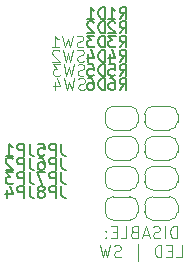
<source format=gbr>
%TF.GenerationSoftware,KiCad,Pcbnew,9.0.7*%
%TF.CreationDate,2026-02-02T21:57:33-08:00*%
%TF.ProjectId,IcePi_Zero_PMOD_Breakout,49636550-695f-45a6-9572-6f5f504d4f44,rev?*%
%TF.SameCoordinates,Original*%
%TF.FileFunction,Legend,Bot*%
%TF.FilePolarity,Positive*%
%FSLAX46Y46*%
G04 Gerber Fmt 4.6, Leading zero omitted, Abs format (unit mm)*
G04 Created by KiCad (PCBNEW 9.0.7) date 2026-02-02 21:57:33*
%MOMM*%
%LPD*%
G01*
G04 APERTURE LIST*
%ADD10C,0.100000*%
%ADD11C,0.150000*%
%ADD12C,0.120000*%
G04 APERTURE END LIST*
D10*
X88024999Y-116042419D02*
X88024999Y-115042419D01*
X88024999Y-115042419D02*
X87786904Y-115042419D01*
X87786904Y-115042419D02*
X87644047Y-115090038D01*
X87644047Y-115090038D02*
X87548809Y-115185276D01*
X87548809Y-115185276D02*
X87501190Y-115280514D01*
X87501190Y-115280514D02*
X87453571Y-115470990D01*
X87453571Y-115470990D02*
X87453571Y-115613847D01*
X87453571Y-115613847D02*
X87501190Y-115804323D01*
X87501190Y-115804323D02*
X87548809Y-115899561D01*
X87548809Y-115899561D02*
X87644047Y-115994800D01*
X87644047Y-115994800D02*
X87786904Y-116042419D01*
X87786904Y-116042419D02*
X88024999Y-116042419D01*
X87024999Y-116042419D02*
X87024999Y-115042419D01*
X86596428Y-115994800D02*
X86453571Y-116042419D01*
X86453571Y-116042419D02*
X86215476Y-116042419D01*
X86215476Y-116042419D02*
X86120238Y-115994800D01*
X86120238Y-115994800D02*
X86072619Y-115947180D01*
X86072619Y-115947180D02*
X86025000Y-115851942D01*
X86025000Y-115851942D02*
X86025000Y-115756704D01*
X86025000Y-115756704D02*
X86072619Y-115661466D01*
X86072619Y-115661466D02*
X86120238Y-115613847D01*
X86120238Y-115613847D02*
X86215476Y-115566228D01*
X86215476Y-115566228D02*
X86405952Y-115518609D01*
X86405952Y-115518609D02*
X86501190Y-115470990D01*
X86501190Y-115470990D02*
X86548809Y-115423371D01*
X86548809Y-115423371D02*
X86596428Y-115328133D01*
X86596428Y-115328133D02*
X86596428Y-115232895D01*
X86596428Y-115232895D02*
X86548809Y-115137657D01*
X86548809Y-115137657D02*
X86501190Y-115090038D01*
X86501190Y-115090038D02*
X86405952Y-115042419D01*
X86405952Y-115042419D02*
X86167857Y-115042419D01*
X86167857Y-115042419D02*
X86025000Y-115090038D01*
X85644047Y-115756704D02*
X85167857Y-115756704D01*
X85739285Y-116042419D02*
X85405952Y-115042419D01*
X85405952Y-115042419D02*
X85072619Y-116042419D01*
X84405952Y-115518609D02*
X84263095Y-115566228D01*
X84263095Y-115566228D02*
X84215476Y-115613847D01*
X84215476Y-115613847D02*
X84167857Y-115709085D01*
X84167857Y-115709085D02*
X84167857Y-115851942D01*
X84167857Y-115851942D02*
X84215476Y-115947180D01*
X84215476Y-115947180D02*
X84263095Y-115994800D01*
X84263095Y-115994800D02*
X84358333Y-116042419D01*
X84358333Y-116042419D02*
X84739285Y-116042419D01*
X84739285Y-116042419D02*
X84739285Y-115042419D01*
X84739285Y-115042419D02*
X84405952Y-115042419D01*
X84405952Y-115042419D02*
X84310714Y-115090038D01*
X84310714Y-115090038D02*
X84263095Y-115137657D01*
X84263095Y-115137657D02*
X84215476Y-115232895D01*
X84215476Y-115232895D02*
X84215476Y-115328133D01*
X84215476Y-115328133D02*
X84263095Y-115423371D01*
X84263095Y-115423371D02*
X84310714Y-115470990D01*
X84310714Y-115470990D02*
X84405952Y-115518609D01*
X84405952Y-115518609D02*
X84739285Y-115518609D01*
X83263095Y-116042419D02*
X83739285Y-116042419D01*
X83739285Y-116042419D02*
X83739285Y-115042419D01*
X82929761Y-115518609D02*
X82596428Y-115518609D01*
X82453571Y-116042419D02*
X82929761Y-116042419D01*
X82929761Y-116042419D02*
X82929761Y-115042419D01*
X82929761Y-115042419D02*
X82453571Y-115042419D01*
X82024999Y-115947180D02*
X81977380Y-115994800D01*
X81977380Y-115994800D02*
X82024999Y-116042419D01*
X82024999Y-116042419D02*
X82072618Y-115994800D01*
X82072618Y-115994800D02*
X82024999Y-115947180D01*
X82024999Y-115947180D02*
X82024999Y-116042419D01*
X82024999Y-115423371D02*
X81977380Y-115470990D01*
X81977380Y-115470990D02*
X82024999Y-115518609D01*
X82024999Y-115518609D02*
X82072618Y-115470990D01*
X82072618Y-115470990D02*
X82024999Y-115423371D01*
X82024999Y-115423371D02*
X82024999Y-115518609D01*
X87953571Y-117652363D02*
X88429761Y-117652363D01*
X88429761Y-117652363D02*
X88429761Y-116652363D01*
X87620237Y-117128553D02*
X87286904Y-117128553D01*
X87144047Y-117652363D02*
X87620237Y-117652363D01*
X87620237Y-117652363D02*
X87620237Y-116652363D01*
X87620237Y-116652363D02*
X87144047Y-116652363D01*
X86715475Y-117652363D02*
X86715475Y-116652363D01*
X86715475Y-116652363D02*
X86477380Y-116652363D01*
X86477380Y-116652363D02*
X86334523Y-116699982D01*
X86334523Y-116699982D02*
X86239285Y-116795220D01*
X86239285Y-116795220D02*
X86191666Y-116890458D01*
X86191666Y-116890458D02*
X86144047Y-117080934D01*
X86144047Y-117080934D02*
X86144047Y-117223791D01*
X86144047Y-117223791D02*
X86191666Y-117414267D01*
X86191666Y-117414267D02*
X86239285Y-117509505D01*
X86239285Y-117509505D02*
X86334523Y-117604744D01*
X86334523Y-117604744D02*
X86477380Y-117652363D01*
X86477380Y-117652363D02*
X86715475Y-117652363D01*
X84715475Y-117985696D02*
X84715475Y-116557124D01*
X83286903Y-117604744D02*
X83144046Y-117652363D01*
X83144046Y-117652363D02*
X82905951Y-117652363D01*
X82905951Y-117652363D02*
X82810713Y-117604744D01*
X82810713Y-117604744D02*
X82763094Y-117557124D01*
X82763094Y-117557124D02*
X82715475Y-117461886D01*
X82715475Y-117461886D02*
X82715475Y-117366648D01*
X82715475Y-117366648D02*
X82763094Y-117271410D01*
X82763094Y-117271410D02*
X82810713Y-117223791D01*
X82810713Y-117223791D02*
X82905951Y-117176172D01*
X82905951Y-117176172D02*
X83096427Y-117128553D01*
X83096427Y-117128553D02*
X83191665Y-117080934D01*
X83191665Y-117080934D02*
X83239284Y-117033315D01*
X83239284Y-117033315D02*
X83286903Y-116938077D01*
X83286903Y-116938077D02*
X83286903Y-116842839D01*
X83286903Y-116842839D02*
X83239284Y-116747601D01*
X83239284Y-116747601D02*
X83191665Y-116699982D01*
X83191665Y-116699982D02*
X83096427Y-116652363D01*
X83096427Y-116652363D02*
X82858332Y-116652363D01*
X82858332Y-116652363D02*
X82715475Y-116699982D01*
X82382141Y-116652363D02*
X82144046Y-117652363D01*
X82144046Y-117652363D02*
X81953570Y-116938077D01*
X81953570Y-116938077D02*
X81763094Y-117652363D01*
X81763094Y-117652363D02*
X81524999Y-116652363D01*
D11*
X81963094Y-97504819D02*
X81963094Y-96504819D01*
X81963094Y-96504819D02*
X81724999Y-96504819D01*
X81724999Y-96504819D02*
X81582142Y-96552438D01*
X81582142Y-96552438D02*
X81486904Y-96647676D01*
X81486904Y-96647676D02*
X81439285Y-96742914D01*
X81439285Y-96742914D02*
X81391666Y-96933390D01*
X81391666Y-96933390D02*
X81391666Y-97076247D01*
X81391666Y-97076247D02*
X81439285Y-97266723D01*
X81439285Y-97266723D02*
X81486904Y-97361961D01*
X81486904Y-97361961D02*
X81582142Y-97457200D01*
X81582142Y-97457200D02*
X81724999Y-97504819D01*
X81724999Y-97504819D02*
X81963094Y-97504819D01*
X80439285Y-97504819D02*
X81010713Y-97504819D01*
X80724999Y-97504819D02*
X80724999Y-96504819D01*
X80724999Y-96504819D02*
X80820237Y-96647676D01*
X80820237Y-96647676D02*
X80915475Y-96742914D01*
X80915475Y-96742914D02*
X81010713Y-96790533D01*
X83191666Y-99904819D02*
X83524999Y-99428628D01*
X83763094Y-99904819D02*
X83763094Y-98904819D01*
X83763094Y-98904819D02*
X83382142Y-98904819D01*
X83382142Y-98904819D02*
X83286904Y-98952438D01*
X83286904Y-98952438D02*
X83239285Y-99000057D01*
X83239285Y-99000057D02*
X83191666Y-99095295D01*
X83191666Y-99095295D02*
X83191666Y-99238152D01*
X83191666Y-99238152D02*
X83239285Y-99333390D01*
X83239285Y-99333390D02*
X83286904Y-99381009D01*
X83286904Y-99381009D02*
X83382142Y-99428628D01*
X83382142Y-99428628D02*
X83763094Y-99428628D01*
X82858332Y-98904819D02*
X82239285Y-98904819D01*
X82239285Y-98904819D02*
X82572618Y-99285771D01*
X82572618Y-99285771D02*
X82429761Y-99285771D01*
X82429761Y-99285771D02*
X82334523Y-99333390D01*
X82334523Y-99333390D02*
X82286904Y-99381009D01*
X82286904Y-99381009D02*
X82239285Y-99476247D01*
X82239285Y-99476247D02*
X82239285Y-99714342D01*
X82239285Y-99714342D02*
X82286904Y-99809580D01*
X82286904Y-99809580D02*
X82334523Y-99857200D01*
X82334523Y-99857200D02*
X82429761Y-99904819D01*
X82429761Y-99904819D02*
X82715475Y-99904819D01*
X82715475Y-99904819D02*
X82810713Y-99857200D01*
X82810713Y-99857200D02*
X82858332Y-99809580D01*
X81963094Y-99904819D02*
X81963094Y-98904819D01*
X81963094Y-98904819D02*
X81724999Y-98904819D01*
X81724999Y-98904819D02*
X81582142Y-98952438D01*
X81582142Y-98952438D02*
X81486904Y-99047676D01*
X81486904Y-99047676D02*
X81439285Y-99142914D01*
X81439285Y-99142914D02*
X81391666Y-99333390D01*
X81391666Y-99333390D02*
X81391666Y-99476247D01*
X81391666Y-99476247D02*
X81439285Y-99666723D01*
X81439285Y-99666723D02*
X81486904Y-99761961D01*
X81486904Y-99761961D02*
X81582142Y-99857200D01*
X81582142Y-99857200D02*
X81724999Y-99904819D01*
X81724999Y-99904819D02*
X81963094Y-99904819D01*
X81058332Y-98904819D02*
X80439285Y-98904819D01*
X80439285Y-98904819D02*
X80772618Y-99285771D01*
X80772618Y-99285771D02*
X80629761Y-99285771D01*
X80629761Y-99285771D02*
X80534523Y-99333390D01*
X80534523Y-99333390D02*
X80486904Y-99381009D01*
X80486904Y-99381009D02*
X80439285Y-99476247D01*
X80439285Y-99476247D02*
X80439285Y-99714342D01*
X80439285Y-99714342D02*
X80486904Y-99809580D01*
X80486904Y-99809580D02*
X80534523Y-99857200D01*
X80534523Y-99857200D02*
X80629761Y-99904819D01*
X80629761Y-99904819D02*
X80915475Y-99904819D01*
X80915475Y-99904819D02*
X81010713Y-99857200D01*
X81010713Y-99857200D02*
X81058332Y-99809580D01*
X83191666Y-97504819D02*
X83524999Y-97028628D01*
X83763094Y-97504819D02*
X83763094Y-96504819D01*
X83763094Y-96504819D02*
X83382142Y-96504819D01*
X83382142Y-96504819D02*
X83286904Y-96552438D01*
X83286904Y-96552438D02*
X83239285Y-96600057D01*
X83239285Y-96600057D02*
X83191666Y-96695295D01*
X83191666Y-96695295D02*
X83191666Y-96838152D01*
X83191666Y-96838152D02*
X83239285Y-96933390D01*
X83239285Y-96933390D02*
X83286904Y-96981009D01*
X83286904Y-96981009D02*
X83382142Y-97028628D01*
X83382142Y-97028628D02*
X83763094Y-97028628D01*
X82239285Y-97504819D02*
X82810713Y-97504819D01*
X82524999Y-97504819D02*
X82524999Y-96504819D01*
X82524999Y-96504819D02*
X82620237Y-96647676D01*
X82620237Y-96647676D02*
X82715475Y-96742914D01*
X82715475Y-96742914D02*
X82810713Y-96790533D01*
D10*
X80108332Y-99859800D02*
X79965475Y-99907419D01*
X79965475Y-99907419D02*
X79727380Y-99907419D01*
X79727380Y-99907419D02*
X79632142Y-99859800D01*
X79632142Y-99859800D02*
X79584523Y-99812180D01*
X79584523Y-99812180D02*
X79536904Y-99716942D01*
X79536904Y-99716942D02*
X79536904Y-99621704D01*
X79536904Y-99621704D02*
X79584523Y-99526466D01*
X79584523Y-99526466D02*
X79632142Y-99478847D01*
X79632142Y-99478847D02*
X79727380Y-99431228D01*
X79727380Y-99431228D02*
X79917856Y-99383609D01*
X79917856Y-99383609D02*
X80013094Y-99335990D01*
X80013094Y-99335990D02*
X80060713Y-99288371D01*
X80060713Y-99288371D02*
X80108332Y-99193133D01*
X80108332Y-99193133D02*
X80108332Y-99097895D01*
X80108332Y-99097895D02*
X80060713Y-99002657D01*
X80060713Y-99002657D02*
X80013094Y-98955038D01*
X80013094Y-98955038D02*
X79917856Y-98907419D01*
X79917856Y-98907419D02*
X79679761Y-98907419D01*
X79679761Y-98907419D02*
X79536904Y-98955038D01*
X79203570Y-98907419D02*
X78965475Y-99907419D01*
X78965475Y-99907419D02*
X78774999Y-99193133D01*
X78774999Y-99193133D02*
X78584523Y-99907419D01*
X78584523Y-99907419D02*
X78346428Y-98907419D01*
X77441666Y-99907419D02*
X78013094Y-99907419D01*
X77727380Y-99907419D02*
X77727380Y-98907419D01*
X77727380Y-98907419D02*
X77822618Y-99050276D01*
X77822618Y-99050276D02*
X77917856Y-99145514D01*
X77917856Y-99145514D02*
X78013094Y-99193133D01*
D11*
X81963094Y-98704819D02*
X81963094Y-97704819D01*
X81963094Y-97704819D02*
X81724999Y-97704819D01*
X81724999Y-97704819D02*
X81582142Y-97752438D01*
X81582142Y-97752438D02*
X81486904Y-97847676D01*
X81486904Y-97847676D02*
X81439285Y-97942914D01*
X81439285Y-97942914D02*
X81391666Y-98133390D01*
X81391666Y-98133390D02*
X81391666Y-98276247D01*
X81391666Y-98276247D02*
X81439285Y-98466723D01*
X81439285Y-98466723D02*
X81486904Y-98561961D01*
X81486904Y-98561961D02*
X81582142Y-98657200D01*
X81582142Y-98657200D02*
X81724999Y-98704819D01*
X81724999Y-98704819D02*
X81963094Y-98704819D01*
X81010713Y-97800057D02*
X80963094Y-97752438D01*
X80963094Y-97752438D02*
X80867856Y-97704819D01*
X80867856Y-97704819D02*
X80629761Y-97704819D01*
X80629761Y-97704819D02*
X80534523Y-97752438D01*
X80534523Y-97752438D02*
X80486904Y-97800057D01*
X80486904Y-97800057D02*
X80439285Y-97895295D01*
X80439285Y-97895295D02*
X80439285Y-97990533D01*
X80439285Y-97990533D02*
X80486904Y-98133390D01*
X80486904Y-98133390D02*
X81058332Y-98704819D01*
X81058332Y-98704819D02*
X80439285Y-98704819D01*
D10*
X80208332Y-102259800D02*
X80065475Y-102307419D01*
X80065475Y-102307419D02*
X79827380Y-102307419D01*
X79827380Y-102307419D02*
X79732142Y-102259800D01*
X79732142Y-102259800D02*
X79684523Y-102212180D01*
X79684523Y-102212180D02*
X79636904Y-102116942D01*
X79636904Y-102116942D02*
X79636904Y-102021704D01*
X79636904Y-102021704D02*
X79684523Y-101926466D01*
X79684523Y-101926466D02*
X79732142Y-101878847D01*
X79732142Y-101878847D02*
X79827380Y-101831228D01*
X79827380Y-101831228D02*
X80017856Y-101783609D01*
X80017856Y-101783609D02*
X80113094Y-101735990D01*
X80113094Y-101735990D02*
X80160713Y-101688371D01*
X80160713Y-101688371D02*
X80208332Y-101593133D01*
X80208332Y-101593133D02*
X80208332Y-101497895D01*
X80208332Y-101497895D02*
X80160713Y-101402657D01*
X80160713Y-101402657D02*
X80113094Y-101355038D01*
X80113094Y-101355038D02*
X80017856Y-101307419D01*
X80017856Y-101307419D02*
X79779761Y-101307419D01*
X79779761Y-101307419D02*
X79636904Y-101355038D01*
X79303570Y-101307419D02*
X79065475Y-102307419D01*
X79065475Y-102307419D02*
X78874999Y-101593133D01*
X78874999Y-101593133D02*
X78684523Y-102307419D01*
X78684523Y-102307419D02*
X78446428Y-101307419D01*
X78160713Y-101307419D02*
X77541666Y-101307419D01*
X77541666Y-101307419D02*
X77874999Y-101688371D01*
X77874999Y-101688371D02*
X77732142Y-101688371D01*
X77732142Y-101688371D02*
X77636904Y-101735990D01*
X77636904Y-101735990D02*
X77589285Y-101783609D01*
X77589285Y-101783609D02*
X77541666Y-101878847D01*
X77541666Y-101878847D02*
X77541666Y-102116942D01*
X77541666Y-102116942D02*
X77589285Y-102212180D01*
X77589285Y-102212180D02*
X77636904Y-102259800D01*
X77636904Y-102259800D02*
X77732142Y-102307419D01*
X77732142Y-102307419D02*
X78017856Y-102307419D01*
X78017856Y-102307419D02*
X78113094Y-102259800D01*
X78113094Y-102259800D02*
X78160713Y-102212180D01*
X80158332Y-101059800D02*
X80015475Y-101107419D01*
X80015475Y-101107419D02*
X79777380Y-101107419D01*
X79777380Y-101107419D02*
X79682142Y-101059800D01*
X79682142Y-101059800D02*
X79634523Y-101012180D01*
X79634523Y-101012180D02*
X79586904Y-100916942D01*
X79586904Y-100916942D02*
X79586904Y-100821704D01*
X79586904Y-100821704D02*
X79634523Y-100726466D01*
X79634523Y-100726466D02*
X79682142Y-100678847D01*
X79682142Y-100678847D02*
X79777380Y-100631228D01*
X79777380Y-100631228D02*
X79967856Y-100583609D01*
X79967856Y-100583609D02*
X80063094Y-100535990D01*
X80063094Y-100535990D02*
X80110713Y-100488371D01*
X80110713Y-100488371D02*
X80158332Y-100393133D01*
X80158332Y-100393133D02*
X80158332Y-100297895D01*
X80158332Y-100297895D02*
X80110713Y-100202657D01*
X80110713Y-100202657D02*
X80063094Y-100155038D01*
X80063094Y-100155038D02*
X79967856Y-100107419D01*
X79967856Y-100107419D02*
X79729761Y-100107419D01*
X79729761Y-100107419D02*
X79586904Y-100155038D01*
X79253570Y-100107419D02*
X79015475Y-101107419D01*
X79015475Y-101107419D02*
X78824999Y-100393133D01*
X78824999Y-100393133D02*
X78634523Y-101107419D01*
X78634523Y-101107419D02*
X78396428Y-100107419D01*
X78063094Y-100202657D02*
X78015475Y-100155038D01*
X78015475Y-100155038D02*
X77920237Y-100107419D01*
X77920237Y-100107419D02*
X77682142Y-100107419D01*
X77682142Y-100107419D02*
X77586904Y-100155038D01*
X77586904Y-100155038D02*
X77539285Y-100202657D01*
X77539285Y-100202657D02*
X77491666Y-100297895D01*
X77491666Y-100297895D02*
X77491666Y-100393133D01*
X77491666Y-100393133D02*
X77539285Y-100535990D01*
X77539285Y-100535990D02*
X78110713Y-101107419D01*
X78110713Y-101107419D02*
X77491666Y-101107419D01*
D11*
X81963094Y-101104819D02*
X81963094Y-100104819D01*
X81963094Y-100104819D02*
X81724999Y-100104819D01*
X81724999Y-100104819D02*
X81582142Y-100152438D01*
X81582142Y-100152438D02*
X81486904Y-100247676D01*
X81486904Y-100247676D02*
X81439285Y-100342914D01*
X81439285Y-100342914D02*
X81391666Y-100533390D01*
X81391666Y-100533390D02*
X81391666Y-100676247D01*
X81391666Y-100676247D02*
X81439285Y-100866723D01*
X81439285Y-100866723D02*
X81486904Y-100961961D01*
X81486904Y-100961961D02*
X81582142Y-101057200D01*
X81582142Y-101057200D02*
X81724999Y-101104819D01*
X81724999Y-101104819D02*
X81963094Y-101104819D01*
X80534523Y-100438152D02*
X80534523Y-101104819D01*
X80772618Y-100057200D02*
X81010713Y-100771485D01*
X81010713Y-100771485D02*
X80391666Y-100771485D01*
X83191666Y-103504819D02*
X83524999Y-103028628D01*
X83763094Y-103504819D02*
X83763094Y-102504819D01*
X83763094Y-102504819D02*
X83382142Y-102504819D01*
X83382142Y-102504819D02*
X83286904Y-102552438D01*
X83286904Y-102552438D02*
X83239285Y-102600057D01*
X83239285Y-102600057D02*
X83191666Y-102695295D01*
X83191666Y-102695295D02*
X83191666Y-102838152D01*
X83191666Y-102838152D02*
X83239285Y-102933390D01*
X83239285Y-102933390D02*
X83286904Y-102981009D01*
X83286904Y-102981009D02*
X83382142Y-103028628D01*
X83382142Y-103028628D02*
X83763094Y-103028628D01*
X82334523Y-102504819D02*
X82524999Y-102504819D01*
X82524999Y-102504819D02*
X82620237Y-102552438D01*
X82620237Y-102552438D02*
X82667856Y-102600057D01*
X82667856Y-102600057D02*
X82763094Y-102742914D01*
X82763094Y-102742914D02*
X82810713Y-102933390D01*
X82810713Y-102933390D02*
X82810713Y-103314342D01*
X82810713Y-103314342D02*
X82763094Y-103409580D01*
X82763094Y-103409580D02*
X82715475Y-103457200D01*
X82715475Y-103457200D02*
X82620237Y-103504819D01*
X82620237Y-103504819D02*
X82429761Y-103504819D01*
X82429761Y-103504819D02*
X82334523Y-103457200D01*
X82334523Y-103457200D02*
X82286904Y-103409580D01*
X82286904Y-103409580D02*
X82239285Y-103314342D01*
X82239285Y-103314342D02*
X82239285Y-103076247D01*
X82239285Y-103076247D02*
X82286904Y-102981009D01*
X82286904Y-102981009D02*
X82334523Y-102933390D01*
X82334523Y-102933390D02*
X82429761Y-102885771D01*
X82429761Y-102885771D02*
X82620237Y-102885771D01*
X82620237Y-102885771D02*
X82715475Y-102933390D01*
X82715475Y-102933390D02*
X82763094Y-102981009D01*
X82763094Y-102981009D02*
X82810713Y-103076247D01*
X81963094Y-103504819D02*
X81963094Y-102504819D01*
X81963094Y-102504819D02*
X81724999Y-102504819D01*
X81724999Y-102504819D02*
X81582142Y-102552438D01*
X81582142Y-102552438D02*
X81486904Y-102647676D01*
X81486904Y-102647676D02*
X81439285Y-102742914D01*
X81439285Y-102742914D02*
X81391666Y-102933390D01*
X81391666Y-102933390D02*
X81391666Y-103076247D01*
X81391666Y-103076247D02*
X81439285Y-103266723D01*
X81439285Y-103266723D02*
X81486904Y-103361961D01*
X81486904Y-103361961D02*
X81582142Y-103457200D01*
X81582142Y-103457200D02*
X81724999Y-103504819D01*
X81724999Y-103504819D02*
X81963094Y-103504819D01*
X80534523Y-102504819D02*
X80724999Y-102504819D01*
X80724999Y-102504819D02*
X80820237Y-102552438D01*
X80820237Y-102552438D02*
X80867856Y-102600057D01*
X80867856Y-102600057D02*
X80963094Y-102742914D01*
X80963094Y-102742914D02*
X81010713Y-102933390D01*
X81010713Y-102933390D02*
X81010713Y-103314342D01*
X81010713Y-103314342D02*
X80963094Y-103409580D01*
X80963094Y-103409580D02*
X80915475Y-103457200D01*
X80915475Y-103457200D02*
X80820237Y-103504819D01*
X80820237Y-103504819D02*
X80629761Y-103504819D01*
X80629761Y-103504819D02*
X80534523Y-103457200D01*
X80534523Y-103457200D02*
X80486904Y-103409580D01*
X80486904Y-103409580D02*
X80439285Y-103314342D01*
X80439285Y-103314342D02*
X80439285Y-103076247D01*
X80439285Y-103076247D02*
X80486904Y-102981009D01*
X80486904Y-102981009D02*
X80534523Y-102933390D01*
X80534523Y-102933390D02*
X80629761Y-102885771D01*
X80629761Y-102885771D02*
X80820237Y-102885771D01*
X80820237Y-102885771D02*
X80915475Y-102933390D01*
X80915475Y-102933390D02*
X80963094Y-102981009D01*
X80963094Y-102981009D02*
X81010713Y-103076247D01*
X81963094Y-102304819D02*
X81963094Y-101304819D01*
X81963094Y-101304819D02*
X81724999Y-101304819D01*
X81724999Y-101304819D02*
X81582142Y-101352438D01*
X81582142Y-101352438D02*
X81486904Y-101447676D01*
X81486904Y-101447676D02*
X81439285Y-101542914D01*
X81439285Y-101542914D02*
X81391666Y-101733390D01*
X81391666Y-101733390D02*
X81391666Y-101876247D01*
X81391666Y-101876247D02*
X81439285Y-102066723D01*
X81439285Y-102066723D02*
X81486904Y-102161961D01*
X81486904Y-102161961D02*
X81582142Y-102257200D01*
X81582142Y-102257200D02*
X81724999Y-102304819D01*
X81724999Y-102304819D02*
X81963094Y-102304819D01*
X80486904Y-101304819D02*
X80963094Y-101304819D01*
X80963094Y-101304819D02*
X81010713Y-101781009D01*
X81010713Y-101781009D02*
X80963094Y-101733390D01*
X80963094Y-101733390D02*
X80867856Y-101685771D01*
X80867856Y-101685771D02*
X80629761Y-101685771D01*
X80629761Y-101685771D02*
X80534523Y-101733390D01*
X80534523Y-101733390D02*
X80486904Y-101781009D01*
X80486904Y-101781009D02*
X80439285Y-101876247D01*
X80439285Y-101876247D02*
X80439285Y-102114342D01*
X80439285Y-102114342D02*
X80486904Y-102209580D01*
X80486904Y-102209580D02*
X80534523Y-102257200D01*
X80534523Y-102257200D02*
X80629761Y-102304819D01*
X80629761Y-102304819D02*
X80867856Y-102304819D01*
X80867856Y-102304819D02*
X80963094Y-102257200D01*
X80963094Y-102257200D02*
X81010713Y-102209580D01*
X83191666Y-98704819D02*
X83524999Y-98228628D01*
X83763094Y-98704819D02*
X83763094Y-97704819D01*
X83763094Y-97704819D02*
X83382142Y-97704819D01*
X83382142Y-97704819D02*
X83286904Y-97752438D01*
X83286904Y-97752438D02*
X83239285Y-97800057D01*
X83239285Y-97800057D02*
X83191666Y-97895295D01*
X83191666Y-97895295D02*
X83191666Y-98038152D01*
X83191666Y-98038152D02*
X83239285Y-98133390D01*
X83239285Y-98133390D02*
X83286904Y-98181009D01*
X83286904Y-98181009D02*
X83382142Y-98228628D01*
X83382142Y-98228628D02*
X83763094Y-98228628D01*
X82810713Y-97800057D02*
X82763094Y-97752438D01*
X82763094Y-97752438D02*
X82667856Y-97704819D01*
X82667856Y-97704819D02*
X82429761Y-97704819D01*
X82429761Y-97704819D02*
X82334523Y-97752438D01*
X82334523Y-97752438D02*
X82286904Y-97800057D01*
X82286904Y-97800057D02*
X82239285Y-97895295D01*
X82239285Y-97895295D02*
X82239285Y-97990533D01*
X82239285Y-97990533D02*
X82286904Y-98133390D01*
X82286904Y-98133390D02*
X82858332Y-98704819D01*
X82858332Y-98704819D02*
X82239285Y-98704819D01*
D10*
X80258332Y-103459800D02*
X80115475Y-103507419D01*
X80115475Y-103507419D02*
X79877380Y-103507419D01*
X79877380Y-103507419D02*
X79782142Y-103459800D01*
X79782142Y-103459800D02*
X79734523Y-103412180D01*
X79734523Y-103412180D02*
X79686904Y-103316942D01*
X79686904Y-103316942D02*
X79686904Y-103221704D01*
X79686904Y-103221704D02*
X79734523Y-103126466D01*
X79734523Y-103126466D02*
X79782142Y-103078847D01*
X79782142Y-103078847D02*
X79877380Y-103031228D01*
X79877380Y-103031228D02*
X80067856Y-102983609D01*
X80067856Y-102983609D02*
X80163094Y-102935990D01*
X80163094Y-102935990D02*
X80210713Y-102888371D01*
X80210713Y-102888371D02*
X80258332Y-102793133D01*
X80258332Y-102793133D02*
X80258332Y-102697895D01*
X80258332Y-102697895D02*
X80210713Y-102602657D01*
X80210713Y-102602657D02*
X80163094Y-102555038D01*
X80163094Y-102555038D02*
X80067856Y-102507419D01*
X80067856Y-102507419D02*
X79829761Y-102507419D01*
X79829761Y-102507419D02*
X79686904Y-102555038D01*
X79353570Y-102507419D02*
X79115475Y-103507419D01*
X79115475Y-103507419D02*
X78924999Y-102793133D01*
X78924999Y-102793133D02*
X78734523Y-103507419D01*
X78734523Y-103507419D02*
X78496428Y-102507419D01*
X77686904Y-102840752D02*
X77686904Y-103507419D01*
X77924999Y-102459800D02*
X78163094Y-103174085D01*
X78163094Y-103174085D02*
X77544047Y-103174085D01*
D11*
X83191666Y-101104819D02*
X83524999Y-100628628D01*
X83763094Y-101104819D02*
X83763094Y-100104819D01*
X83763094Y-100104819D02*
X83382142Y-100104819D01*
X83382142Y-100104819D02*
X83286904Y-100152438D01*
X83286904Y-100152438D02*
X83239285Y-100200057D01*
X83239285Y-100200057D02*
X83191666Y-100295295D01*
X83191666Y-100295295D02*
X83191666Y-100438152D01*
X83191666Y-100438152D02*
X83239285Y-100533390D01*
X83239285Y-100533390D02*
X83286904Y-100581009D01*
X83286904Y-100581009D02*
X83382142Y-100628628D01*
X83382142Y-100628628D02*
X83763094Y-100628628D01*
X82334523Y-100438152D02*
X82334523Y-101104819D01*
X82572618Y-100057200D02*
X82810713Y-100771485D01*
X82810713Y-100771485D02*
X82191666Y-100771485D01*
X83191666Y-102304819D02*
X83524999Y-101828628D01*
X83763094Y-102304819D02*
X83763094Y-101304819D01*
X83763094Y-101304819D02*
X83382142Y-101304819D01*
X83382142Y-101304819D02*
X83286904Y-101352438D01*
X83286904Y-101352438D02*
X83239285Y-101400057D01*
X83239285Y-101400057D02*
X83191666Y-101495295D01*
X83191666Y-101495295D02*
X83191666Y-101638152D01*
X83191666Y-101638152D02*
X83239285Y-101733390D01*
X83239285Y-101733390D02*
X83286904Y-101781009D01*
X83286904Y-101781009D02*
X83382142Y-101828628D01*
X83382142Y-101828628D02*
X83763094Y-101828628D01*
X82286904Y-101304819D02*
X82763094Y-101304819D01*
X82763094Y-101304819D02*
X82810713Y-101781009D01*
X82810713Y-101781009D02*
X82763094Y-101733390D01*
X82763094Y-101733390D02*
X82667856Y-101685771D01*
X82667856Y-101685771D02*
X82429761Y-101685771D01*
X82429761Y-101685771D02*
X82334523Y-101733390D01*
X82334523Y-101733390D02*
X82286904Y-101781009D01*
X82286904Y-101781009D02*
X82239285Y-101876247D01*
X82239285Y-101876247D02*
X82239285Y-102114342D01*
X82239285Y-102114342D02*
X82286904Y-102209580D01*
X82286904Y-102209580D02*
X82334523Y-102257200D01*
X82334523Y-102257200D02*
X82429761Y-102304819D01*
X82429761Y-102304819D02*
X82667856Y-102304819D01*
X82667856Y-102304819D02*
X82763094Y-102257200D01*
X82763094Y-102257200D02*
X82810713Y-102209580D01*
X78258333Y-110454819D02*
X78258333Y-111169104D01*
X78258333Y-111169104D02*
X78305952Y-111311961D01*
X78305952Y-111311961D02*
X78401190Y-111407200D01*
X78401190Y-111407200D02*
X78544047Y-111454819D01*
X78544047Y-111454819D02*
X78639285Y-111454819D01*
X77782142Y-111454819D02*
X77782142Y-110454819D01*
X77782142Y-110454819D02*
X77401190Y-110454819D01*
X77401190Y-110454819D02*
X77305952Y-110502438D01*
X77305952Y-110502438D02*
X77258333Y-110550057D01*
X77258333Y-110550057D02*
X77210714Y-110645295D01*
X77210714Y-110645295D02*
X77210714Y-110788152D01*
X77210714Y-110788152D02*
X77258333Y-110883390D01*
X77258333Y-110883390D02*
X77305952Y-110931009D01*
X77305952Y-110931009D02*
X77401190Y-110978628D01*
X77401190Y-110978628D02*
X77782142Y-110978628D01*
X76877380Y-110454819D02*
X76210714Y-110454819D01*
X76210714Y-110454819D02*
X76639285Y-111454819D01*
X75558333Y-109254819D02*
X75558333Y-109969104D01*
X75558333Y-109969104D02*
X75605952Y-110111961D01*
X75605952Y-110111961D02*
X75701190Y-110207200D01*
X75701190Y-110207200D02*
X75844047Y-110254819D01*
X75844047Y-110254819D02*
X75939285Y-110254819D01*
X75082142Y-110254819D02*
X75082142Y-109254819D01*
X75082142Y-109254819D02*
X74701190Y-109254819D01*
X74701190Y-109254819D02*
X74605952Y-109302438D01*
X74605952Y-109302438D02*
X74558333Y-109350057D01*
X74558333Y-109350057D02*
X74510714Y-109445295D01*
X74510714Y-109445295D02*
X74510714Y-109588152D01*
X74510714Y-109588152D02*
X74558333Y-109683390D01*
X74558333Y-109683390D02*
X74605952Y-109731009D01*
X74605952Y-109731009D02*
X74701190Y-109778628D01*
X74701190Y-109778628D02*
X75082142Y-109778628D01*
X74129761Y-109350057D02*
X74082142Y-109302438D01*
X74082142Y-109302438D02*
X73986904Y-109254819D01*
X73986904Y-109254819D02*
X73748809Y-109254819D01*
X73748809Y-109254819D02*
X73653571Y-109302438D01*
X73653571Y-109302438D02*
X73605952Y-109350057D01*
X73605952Y-109350057D02*
X73558333Y-109445295D01*
X73558333Y-109445295D02*
X73558333Y-109540533D01*
X73558333Y-109540533D02*
X73605952Y-109683390D01*
X73605952Y-109683390D02*
X74177380Y-110254819D01*
X74177380Y-110254819D02*
X73558333Y-110254819D01*
X78258333Y-111654819D02*
X78258333Y-112369104D01*
X78258333Y-112369104D02*
X78305952Y-112511961D01*
X78305952Y-112511961D02*
X78401190Y-112607200D01*
X78401190Y-112607200D02*
X78544047Y-112654819D01*
X78544047Y-112654819D02*
X78639285Y-112654819D01*
X77782142Y-112654819D02*
X77782142Y-111654819D01*
X77782142Y-111654819D02*
X77401190Y-111654819D01*
X77401190Y-111654819D02*
X77305952Y-111702438D01*
X77305952Y-111702438D02*
X77258333Y-111750057D01*
X77258333Y-111750057D02*
X77210714Y-111845295D01*
X77210714Y-111845295D02*
X77210714Y-111988152D01*
X77210714Y-111988152D02*
X77258333Y-112083390D01*
X77258333Y-112083390D02*
X77305952Y-112131009D01*
X77305952Y-112131009D02*
X77401190Y-112178628D01*
X77401190Y-112178628D02*
X77782142Y-112178628D01*
X76639285Y-112083390D02*
X76734523Y-112035771D01*
X76734523Y-112035771D02*
X76782142Y-111988152D01*
X76782142Y-111988152D02*
X76829761Y-111892914D01*
X76829761Y-111892914D02*
X76829761Y-111845295D01*
X76829761Y-111845295D02*
X76782142Y-111750057D01*
X76782142Y-111750057D02*
X76734523Y-111702438D01*
X76734523Y-111702438D02*
X76639285Y-111654819D01*
X76639285Y-111654819D02*
X76448809Y-111654819D01*
X76448809Y-111654819D02*
X76353571Y-111702438D01*
X76353571Y-111702438D02*
X76305952Y-111750057D01*
X76305952Y-111750057D02*
X76258333Y-111845295D01*
X76258333Y-111845295D02*
X76258333Y-111892914D01*
X76258333Y-111892914D02*
X76305952Y-111988152D01*
X76305952Y-111988152D02*
X76353571Y-112035771D01*
X76353571Y-112035771D02*
X76448809Y-112083390D01*
X76448809Y-112083390D02*
X76639285Y-112083390D01*
X76639285Y-112083390D02*
X76734523Y-112131009D01*
X76734523Y-112131009D02*
X76782142Y-112178628D01*
X76782142Y-112178628D02*
X76829761Y-112273866D01*
X76829761Y-112273866D02*
X76829761Y-112464342D01*
X76829761Y-112464342D02*
X76782142Y-112559580D01*
X76782142Y-112559580D02*
X76734523Y-112607200D01*
X76734523Y-112607200D02*
X76639285Y-112654819D01*
X76639285Y-112654819D02*
X76448809Y-112654819D01*
X76448809Y-112654819D02*
X76353571Y-112607200D01*
X76353571Y-112607200D02*
X76305952Y-112559580D01*
X76305952Y-112559580D02*
X76258333Y-112464342D01*
X76258333Y-112464342D02*
X76258333Y-112273866D01*
X76258333Y-112273866D02*
X76305952Y-112178628D01*
X76305952Y-112178628D02*
X76353571Y-112131009D01*
X76353571Y-112131009D02*
X76448809Y-112083390D01*
X75558333Y-108054819D02*
X75558333Y-108769104D01*
X75558333Y-108769104D02*
X75605952Y-108911961D01*
X75605952Y-108911961D02*
X75701190Y-109007200D01*
X75701190Y-109007200D02*
X75844047Y-109054819D01*
X75844047Y-109054819D02*
X75939285Y-109054819D01*
X75082142Y-109054819D02*
X75082142Y-108054819D01*
X75082142Y-108054819D02*
X74701190Y-108054819D01*
X74701190Y-108054819D02*
X74605952Y-108102438D01*
X74605952Y-108102438D02*
X74558333Y-108150057D01*
X74558333Y-108150057D02*
X74510714Y-108245295D01*
X74510714Y-108245295D02*
X74510714Y-108388152D01*
X74510714Y-108388152D02*
X74558333Y-108483390D01*
X74558333Y-108483390D02*
X74605952Y-108531009D01*
X74605952Y-108531009D02*
X74701190Y-108578628D01*
X74701190Y-108578628D02*
X75082142Y-108578628D01*
X73558333Y-109054819D02*
X74129761Y-109054819D01*
X73844047Y-109054819D02*
X73844047Y-108054819D01*
X73844047Y-108054819D02*
X73939285Y-108197676D01*
X73939285Y-108197676D02*
X74034523Y-108292914D01*
X74034523Y-108292914D02*
X74129761Y-108340533D01*
X75558333Y-110454819D02*
X75558333Y-111169104D01*
X75558333Y-111169104D02*
X75605952Y-111311961D01*
X75605952Y-111311961D02*
X75701190Y-111407200D01*
X75701190Y-111407200D02*
X75844047Y-111454819D01*
X75844047Y-111454819D02*
X75939285Y-111454819D01*
X75082142Y-111454819D02*
X75082142Y-110454819D01*
X75082142Y-110454819D02*
X74701190Y-110454819D01*
X74701190Y-110454819D02*
X74605952Y-110502438D01*
X74605952Y-110502438D02*
X74558333Y-110550057D01*
X74558333Y-110550057D02*
X74510714Y-110645295D01*
X74510714Y-110645295D02*
X74510714Y-110788152D01*
X74510714Y-110788152D02*
X74558333Y-110883390D01*
X74558333Y-110883390D02*
X74605952Y-110931009D01*
X74605952Y-110931009D02*
X74701190Y-110978628D01*
X74701190Y-110978628D02*
X75082142Y-110978628D01*
X74177380Y-110454819D02*
X73558333Y-110454819D01*
X73558333Y-110454819D02*
X73891666Y-110835771D01*
X73891666Y-110835771D02*
X73748809Y-110835771D01*
X73748809Y-110835771D02*
X73653571Y-110883390D01*
X73653571Y-110883390D02*
X73605952Y-110931009D01*
X73605952Y-110931009D02*
X73558333Y-111026247D01*
X73558333Y-111026247D02*
X73558333Y-111264342D01*
X73558333Y-111264342D02*
X73605952Y-111359580D01*
X73605952Y-111359580D02*
X73653571Y-111407200D01*
X73653571Y-111407200D02*
X73748809Y-111454819D01*
X73748809Y-111454819D02*
X74034523Y-111454819D01*
X74034523Y-111454819D02*
X74129761Y-111407200D01*
X74129761Y-111407200D02*
X74177380Y-111359580D01*
X78258333Y-109254819D02*
X78258333Y-109969104D01*
X78258333Y-109969104D02*
X78305952Y-110111961D01*
X78305952Y-110111961D02*
X78401190Y-110207200D01*
X78401190Y-110207200D02*
X78544047Y-110254819D01*
X78544047Y-110254819D02*
X78639285Y-110254819D01*
X77782142Y-110254819D02*
X77782142Y-109254819D01*
X77782142Y-109254819D02*
X77401190Y-109254819D01*
X77401190Y-109254819D02*
X77305952Y-109302438D01*
X77305952Y-109302438D02*
X77258333Y-109350057D01*
X77258333Y-109350057D02*
X77210714Y-109445295D01*
X77210714Y-109445295D02*
X77210714Y-109588152D01*
X77210714Y-109588152D02*
X77258333Y-109683390D01*
X77258333Y-109683390D02*
X77305952Y-109731009D01*
X77305952Y-109731009D02*
X77401190Y-109778628D01*
X77401190Y-109778628D02*
X77782142Y-109778628D01*
X76353571Y-109254819D02*
X76544047Y-109254819D01*
X76544047Y-109254819D02*
X76639285Y-109302438D01*
X76639285Y-109302438D02*
X76686904Y-109350057D01*
X76686904Y-109350057D02*
X76782142Y-109492914D01*
X76782142Y-109492914D02*
X76829761Y-109683390D01*
X76829761Y-109683390D02*
X76829761Y-110064342D01*
X76829761Y-110064342D02*
X76782142Y-110159580D01*
X76782142Y-110159580D02*
X76734523Y-110207200D01*
X76734523Y-110207200D02*
X76639285Y-110254819D01*
X76639285Y-110254819D02*
X76448809Y-110254819D01*
X76448809Y-110254819D02*
X76353571Y-110207200D01*
X76353571Y-110207200D02*
X76305952Y-110159580D01*
X76305952Y-110159580D02*
X76258333Y-110064342D01*
X76258333Y-110064342D02*
X76258333Y-109826247D01*
X76258333Y-109826247D02*
X76305952Y-109731009D01*
X76305952Y-109731009D02*
X76353571Y-109683390D01*
X76353571Y-109683390D02*
X76448809Y-109635771D01*
X76448809Y-109635771D02*
X76639285Y-109635771D01*
X76639285Y-109635771D02*
X76734523Y-109683390D01*
X76734523Y-109683390D02*
X76782142Y-109731009D01*
X76782142Y-109731009D02*
X76829761Y-109826247D01*
X75558333Y-111654819D02*
X75558333Y-112369104D01*
X75558333Y-112369104D02*
X75605952Y-112511961D01*
X75605952Y-112511961D02*
X75701190Y-112607200D01*
X75701190Y-112607200D02*
X75844047Y-112654819D01*
X75844047Y-112654819D02*
X75939285Y-112654819D01*
X75082142Y-112654819D02*
X75082142Y-111654819D01*
X75082142Y-111654819D02*
X74701190Y-111654819D01*
X74701190Y-111654819D02*
X74605952Y-111702438D01*
X74605952Y-111702438D02*
X74558333Y-111750057D01*
X74558333Y-111750057D02*
X74510714Y-111845295D01*
X74510714Y-111845295D02*
X74510714Y-111988152D01*
X74510714Y-111988152D02*
X74558333Y-112083390D01*
X74558333Y-112083390D02*
X74605952Y-112131009D01*
X74605952Y-112131009D02*
X74701190Y-112178628D01*
X74701190Y-112178628D02*
X75082142Y-112178628D01*
X73653571Y-111988152D02*
X73653571Y-112654819D01*
X73891666Y-111607200D02*
X74129761Y-112321485D01*
X74129761Y-112321485D02*
X73510714Y-112321485D01*
X78258333Y-108054819D02*
X78258333Y-108769104D01*
X78258333Y-108769104D02*
X78305952Y-108911961D01*
X78305952Y-108911961D02*
X78401190Y-109007200D01*
X78401190Y-109007200D02*
X78544047Y-109054819D01*
X78544047Y-109054819D02*
X78639285Y-109054819D01*
X77782142Y-109054819D02*
X77782142Y-108054819D01*
X77782142Y-108054819D02*
X77401190Y-108054819D01*
X77401190Y-108054819D02*
X77305952Y-108102438D01*
X77305952Y-108102438D02*
X77258333Y-108150057D01*
X77258333Y-108150057D02*
X77210714Y-108245295D01*
X77210714Y-108245295D02*
X77210714Y-108388152D01*
X77210714Y-108388152D02*
X77258333Y-108483390D01*
X77258333Y-108483390D02*
X77305952Y-108531009D01*
X77305952Y-108531009D02*
X77401190Y-108578628D01*
X77401190Y-108578628D02*
X77782142Y-108578628D01*
X76305952Y-108054819D02*
X76782142Y-108054819D01*
X76782142Y-108054819D02*
X76829761Y-108531009D01*
X76829761Y-108531009D02*
X76782142Y-108483390D01*
X76782142Y-108483390D02*
X76686904Y-108435771D01*
X76686904Y-108435771D02*
X76448809Y-108435771D01*
X76448809Y-108435771D02*
X76353571Y-108483390D01*
X76353571Y-108483390D02*
X76305952Y-108531009D01*
X76305952Y-108531009D02*
X76258333Y-108626247D01*
X76258333Y-108626247D02*
X76258333Y-108864342D01*
X76258333Y-108864342D02*
X76305952Y-108959580D01*
X76305952Y-108959580D02*
X76353571Y-109007200D01*
X76353571Y-109007200D02*
X76448809Y-109054819D01*
X76448809Y-109054819D02*
X76686904Y-109054819D01*
X76686904Y-109054819D02*
X76782142Y-109007200D01*
X76782142Y-109007200D02*
X76829761Y-108959580D01*
D12*
%TO.C,JP7*%
X85300000Y-110675000D02*
X85300000Y-111275000D01*
X86000000Y-111975000D02*
X87400000Y-111975000D01*
X87400000Y-109975000D02*
X86000000Y-109975000D01*
X88100000Y-111275000D02*
X88100000Y-110675000D01*
X85300000Y-110675000D02*
G75*
G02*
X86000000Y-109975000I700000J0D01*
G01*
X86000000Y-111975000D02*
G75*
G02*
X85300000Y-111275000I0J700000D01*
G01*
X87400000Y-109975000D02*
G75*
G02*
X88100000Y-110675000I1J-699999D01*
G01*
X88100000Y-111275000D02*
G75*
G02*
X87400000Y-111975000I-699999J-1D01*
G01*
%TO.C,JP2*%
X81950000Y-108125000D02*
X81950000Y-108725000D01*
X82650000Y-109425000D02*
X84050000Y-109425000D01*
X84050000Y-107425000D02*
X82650000Y-107425000D01*
X84750000Y-108725000D02*
X84750000Y-108125000D01*
X81950000Y-108125000D02*
G75*
G02*
X82650000Y-107425000I700000J0D01*
G01*
X82650000Y-109425000D02*
G75*
G02*
X81950000Y-108725000I0J700000D01*
G01*
X84050000Y-107425000D02*
G75*
G02*
X84750000Y-108125000I1J-699999D01*
G01*
X84750000Y-108725000D02*
G75*
G02*
X84050000Y-109425000I-699999J-1D01*
G01*
%TO.C,JP8*%
X85300000Y-113225000D02*
X85300000Y-113825000D01*
X86000000Y-114525000D02*
X87400000Y-114525000D01*
X87400000Y-112525000D02*
X86000000Y-112525000D01*
X88100000Y-113825000D02*
X88100000Y-113225000D01*
X85300000Y-113225000D02*
G75*
G02*
X86000000Y-112525000I700000J0D01*
G01*
X86000000Y-114525000D02*
G75*
G02*
X85300000Y-113825000I0J700000D01*
G01*
X87400000Y-112525000D02*
G75*
G02*
X88100000Y-113225000I1J-699999D01*
G01*
X88100000Y-113825000D02*
G75*
G02*
X87400000Y-114525000I-699999J-1D01*
G01*
%TO.C,JP1*%
X81950000Y-105575000D02*
X81950000Y-106175000D01*
X82650000Y-106875000D02*
X84050000Y-106875000D01*
X84050000Y-104875000D02*
X82650000Y-104875000D01*
X84750000Y-106175000D02*
X84750000Y-105575000D01*
X81950000Y-105575000D02*
G75*
G02*
X82650000Y-104875000I700000J0D01*
G01*
X82650000Y-106875000D02*
G75*
G02*
X81950000Y-106175000I0J700000D01*
G01*
X84050000Y-104875000D02*
G75*
G02*
X84750000Y-105575000I1J-699999D01*
G01*
X84750000Y-106175000D02*
G75*
G02*
X84050000Y-106875000I-699999J-1D01*
G01*
%TO.C,JP3*%
X81950000Y-110675000D02*
X81950000Y-111275000D01*
X82650000Y-111975000D02*
X84050000Y-111975000D01*
X84050000Y-109975000D02*
X82650000Y-109975000D01*
X84750000Y-111275000D02*
X84750000Y-110675000D01*
X81950000Y-110675000D02*
G75*
G02*
X82650000Y-109975000I700000J0D01*
G01*
X82650000Y-111975000D02*
G75*
G02*
X81950000Y-111275000I0J700000D01*
G01*
X84050000Y-109975000D02*
G75*
G02*
X84750000Y-110675000I1J-699999D01*
G01*
X84750000Y-111275000D02*
G75*
G02*
X84050000Y-111975000I-699999J-1D01*
G01*
%TO.C,JP6*%
X85300000Y-108125000D02*
X85300000Y-108725000D01*
X86000000Y-109425000D02*
X87400000Y-109425000D01*
X87400000Y-107425000D02*
X86000000Y-107425000D01*
X88100000Y-108725000D02*
X88100000Y-108125000D01*
X85300000Y-108125000D02*
G75*
G02*
X86000000Y-107425000I700000J0D01*
G01*
X86000000Y-109425000D02*
G75*
G02*
X85300000Y-108725000I0J700000D01*
G01*
X87400000Y-107425000D02*
G75*
G02*
X88100000Y-108125000I1J-699999D01*
G01*
X88100000Y-108725000D02*
G75*
G02*
X87400000Y-109425000I-699999J-1D01*
G01*
%TO.C,JP4*%
X81950000Y-113225000D02*
X81950000Y-113825000D01*
X82650000Y-114525000D02*
X84050000Y-114525000D01*
X84050000Y-112525000D02*
X82650000Y-112525000D01*
X84750000Y-113825000D02*
X84750000Y-113225000D01*
X81950000Y-113225000D02*
G75*
G02*
X82650000Y-112525000I700000J0D01*
G01*
X82650000Y-114525000D02*
G75*
G02*
X81950000Y-113825000I0J700000D01*
G01*
X84050000Y-112525000D02*
G75*
G02*
X84750000Y-113225000I1J-699999D01*
G01*
X84750000Y-113825000D02*
G75*
G02*
X84050000Y-114525000I-699999J-1D01*
G01*
%TO.C,JP5*%
X85300000Y-105575000D02*
X85300000Y-106175000D01*
X86000000Y-106875000D02*
X87400000Y-106875000D01*
X87400000Y-104875000D02*
X86000000Y-104875000D01*
X88100000Y-106175000D02*
X88100000Y-105575000D01*
X85300000Y-105575000D02*
G75*
G02*
X86000000Y-104875000I700000J0D01*
G01*
X86000000Y-106875000D02*
G75*
G02*
X85300000Y-106175000I0J700000D01*
G01*
X87400000Y-104875000D02*
G75*
G02*
X88100000Y-105575000I1J-699999D01*
G01*
X88100000Y-106175000D02*
G75*
G02*
X87400000Y-106875000I-699999J-1D01*
G01*
%TD*%
M02*

</source>
